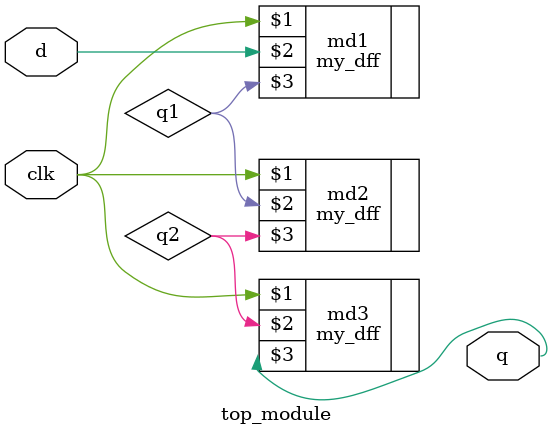
<source format=v>
module top_module ( input clk, input d, output q );

    wire q1, q2;

    my_dff md1( clk, d, q1);
    my_dff md2( clk, q1, q2);
    my_dff md3( clk, q2, q);

    /*
        Second Way:
            wire q1, q2;

            my_dff md1(.clk(clk), .d(d), .q(q1));
            my_dff md2(.clk(clk), .d(q1), .q(q2));
            my_dff md3(.clk(clk), .d(q2), .q(q));
    */

endmodule

</source>
